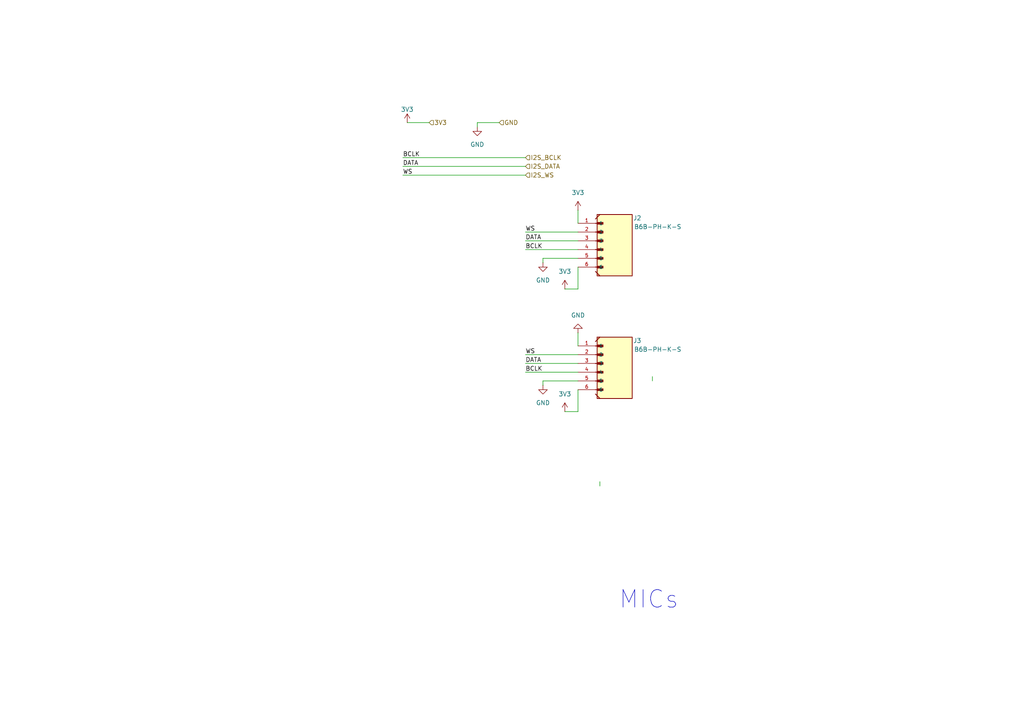
<source format=kicad_sch>
(kicad_sch (version 20231120) (generator "eeschema") (generator_version "8.0")
  (paper "A4")
  (lib_symbols
    (symbol "GT_LIbrary:B6B-PH-K-S" (pin_names (offset 1.016))
      (property "Reference" "J" (at -5.58 10.16 0))
      (property "Value" "B6B-PH-K-S" (at -5.08 -10.16 0))
      (symbol "B6B-PH-K-S_0_0"
        (rectangle (start -4.6038 -7.62) (end 5.5563 10.16) (stroke (width 0.254)) (fill (type background)))
        (rectangle (start -4.445 -5.3975) (end -2.8575 -4.7625) (stroke (width 0.1)) (fill (type outline)))
        (rectangle (start -4.445 -2.8575) (end -2.8575 -2.2225) (stroke (width 0.1)) (fill (type outline)))
        (rectangle (start -4.445 -0.3175) (end -2.8575 0.3175) (stroke (width 0.1)) (fill (type outline)))
        (rectangle (start -4.445 2.2225) (end -2.8575 2.8575) (stroke (width 0.1)) (fill (type outline)))
        (rectangle (start -4.445 4.7625) (end -2.8575 5.3975) (stroke (width 0.1)) (fill (type outline)))
        (rectangle (start -4.445 7.3025) (end -2.8575 7.9375) (stroke (width 0.1)) (fill (type outline)))
        (polyline (pts (xy -5.08 -6.35) (xy -3.81 -7.62)) (stroke (width 0.254)))
        (polyline (pts (xy -5.08 -5.08) (xy -3.175 -5.08)) (stroke (width 0.254)))
        (polyline (pts (xy -5.08 -2.54) (xy -3.175 -2.54)) (stroke (width 0.254)))
        (polyline (pts (xy -5.08 0) (xy -3.175 0)) (stroke (width 0.254)))
        (polyline (pts (xy -5.08 2.54) (xy -3.175 2.54)) (stroke (width 0.254)))
        (polyline (pts (xy -5.08 5.08) (xy -3.175 5.08)) (stroke (width 0.254)))
        (polyline (pts (xy -5.08 7.62) (xy -3.175 7.62)) (stroke (width 0.254)))
        (polyline (pts (xy -5.08 8.89) (xy -3.81 10.16)) (stroke (width 0.254)))
        (pin passive line (at -10.16 7.62 0) (length 5.08) (name "1") (number "1"))
        (pin passive line (at -10.16 5.08 0) (length 5.08) (name "2") (number "2"))
        (pin passive line (at -10.16 2.54 0) (length 5.08) (name "3") (number "3"))
        (pin passive line (at -10.16 0 0) (length 5.08) (name "4") (number "4"))
        (pin passive line (at -10.16 -2.54 0) (length 5.08) (name "5") (number "5"))
        (pin passive line (at -10.16 -5.08 0) (length 5.08) (name "6") (number "6"))
      )
    )
    (symbol "power:GND" (power) (pin_numbers hide) (pin_names (offset 0) hide)
      (property "Value" "GND" (at 0 -3.81 0))
      (symbol "GND_0_1"
        (polyline (pts (xy 0 0) (xy 0 -1.27) (xy 1.27 -1.27) (xy 0 -2.54) (xy -1.27 -1.27) (xy 0 -1.27)))
      )
      (symbol "GND_1_1"
        (pin power_in line (at 0 0 270) (length 0) (name "~") (number "1"))
      )
    )
    (symbol "power:VCC" (power) (pin_numbers hide) (pin_names (offset 0) hide)
      (property "Value" "VCC" (at 0 3.556 0))
      (symbol "VCC_0_1"
        (polyline (pts (xy -0.762 1.27) (xy 0 2.54)))
        (polyline (pts (xy 0 0) (xy 0 2.54)))
        (polyline (pts (xy 0 2.54) (xy 0.762 1.27)))
      )
      (symbol "VCC_1_1"
        (pin power_in line (at 0 0 90) (length 0) (name "~") (number "1"))
      )
    )
  )
  (wire (pts (xy 152.4 102.87) (xy 167.64 102.87)) (stroke (width 0.1524)))
  (wire (pts (xy 157.48 110.49) (xy 167.64 110.49)))
  (wire (pts (xy 167.64 113.03) (xy 167.64 119.38)))
  (wire (pts (xy 173.99 139.7) (xy 173.99 140.97)))
  (wire (pts (xy 138.43 35.56) (xy 144.78 35.56)))
  (wire (pts (xy 152.4 72.39) (xy 167.64 72.39)) (stroke (width 0.1524)))
  (wire (pts (xy 167.64 77.47) (xy 167.64 83.82)))
  (wire (pts (xy 118.11 35.56) (xy 124.46 35.56)))
  (wire (pts (xy 116.84 50.8) (xy 152.4 50.8)) (stroke (width 0.1524)))
  (wire (pts (xy 167.64 83.82) (xy 163.83 83.82)))
  (wire (pts (xy 138.43 35.56) (xy 138.43 36.83)))
  (wire (pts (xy 167.64 60.96) (xy 167.64 64.77)))
  (wire (pts (xy 152.4 45.72) (xy 116.84 45.72)) (stroke (width 0.1524)))
  (wire (pts (xy 189.23 109.22) (xy 189.23 110.49)))
  (wire (pts (xy 167.64 96.52) (xy 167.64 100.33)))
  (wire (pts (xy 157.48 110.49) (xy 157.48 111.76)))
  (wire (pts (xy 116.84 48.26) (xy 152.4 48.26)))
  (wire (pts (xy 152.4 69.85) (xy 167.64 69.85)))
  (wire (pts (xy 157.48 74.93) (xy 157.48 76.2)))
  (wire (pts (xy 152.4 105.41) (xy 167.64 105.41)))
  (wire (pts (xy 152.4 107.95) (xy 167.64 107.95)) (stroke (width 0.1524)))
  (wire (pts (xy 152.4 67.31) (xy 167.64 67.31)) (stroke (width 0.1524)))
  (wire (pts (xy 167.64 119.38) (xy 163.83 119.38)))
  (wire (pts (xy 157.48 74.93) (xy 167.64 74.93)))
  (text "MICs\n" (at 188.214 173.99 0) (effects (font (size 5.08 5.08))))
  (label "WS" (at 116.84 50.8 0) (effects (font (size 1.2446 1.2446))))
  (label "BCLK" (at 152.4 107.95 0) (effects (font (size 1.2446 1.2446))))
  (label "WS" (at 152.4 67.31 0) (effects (font (size 1.2446 1.2446))))
  (label "DATA" (at 152.4 69.85 0))
  (label "WS" (at 152.4 102.87 0) (effects (font (size 1.2446 1.2446))))
  (label "BCLK" (at 116.84 45.72 0) (effects (font (size 1.2446 1.2446))))
  (label "BCLK" (at 152.4 72.39 0) (effects (font (size 1.2446 1.2446))))
  (label "DATA" (at 152.4 105.41 0))
  (label "DATA" (at 116.84 48.26 0) (effects (font (size 1.2446 1.2446))))
  (hierarchical_label "I2S_WS" (shape input) (at 152.4 50.8 0))
  (hierarchical_label "I2S_DATA" (shape input) (at 152.4 48.26 0))
  (hierarchical_label "3V3" (shape input) (at 124.46 35.56 0))
  (hierarchical_label "GND" (shape input) (at 144.78 35.56 0))
  (hierarchical_label "I2S_BCLK" (shape input) (at 152.4 45.72 0))
  (symbol (lib_id "power:GND") (at 157.48 76.2 0) (unit 1)
    (property "Reference" "#PWR025" (effects (hide yes)))
    (property "Value" "GND" (at 157.48 81.28 0))
    (property "Description" "Power symbol creates a global label with name \"GND\" , ground" (effects (hide yes)))
  )
  (symbol (lib_id "power:VCC") (at 163.83 119.38 0) (unit 1)
    (property "Reference" "#PWR028" (effects (hide yes)))
    (property "Value" "3V3" (at 163.83 114.3 0))
    (property "Description" "Power symbol creates a global label with name \"VCC\"" (effects (hide yes)))
  )
  (symbol (lib_id "power:GND") (at 167.64 96.52 180) (unit 1)
    (property "Reference" "#PWR030" (effects (hide yes)))
    (property "Value" "GND" (at 167.64 91.44 0))
    (property "Description" "Power symbol creates a global label with name \"GND\" , ground" (effects (hide yes)))
  )
  (symbol (lib_id "power:GND") (at 157.48 111.76 0) (unit 1)
    (property "Reference" "#PWR026" (effects (hide yes)))
    (property "Value" "GND" (at 157.48 116.84 0))
    (property "Description" "Power symbol creates a global label with name \"GND\" , ground" (effects (hide yes)))
  )
  (symbol (lib_id "power:GND") (at 138.43 36.83 0) (unit 1)
    (property "Reference" "#PWR024" (effects (hide yes)))
    (property "Value" "GND" (at 138.43 41.91 0))
    (property "Description" "Power symbol creates a global label with name \"GND\" , ground" (effects (hide yes)))
  )
  (symbol (lib_id "power:VCC") (at 118.11 35.56 0) (unit 1)
    (property "Reference" "#PWR023" (effects (hide yes)))
    (property "Value" "3V3" (at 118.11 31.75 0))
    (property "Description" "Power symbol creates a global label with name \"VCC\"" (effects (hide yes)))
  )
  (symbol (lib_id "power:VCC") (at 163.83 83.82 0) (unit 1)
    (property "Reference" "#PWR027" (effects (hide yes)))
    (property "Value" "3V3" (at 163.83 78.74 0))
    (property "Description" "Power symbol creates a global label with name \"VCC\"" (effects (hide yes)))
  )
  (symbol (lib_id "GT_LIbrary:B6B-PH-K-S") (at 177.8 72.39 0) (unit 1)
    (property "Reference" "J2" (at 183.642 63.246 0) (effects (justify left)))
    (property "Value" "B6B-PH-K-S" (at 183.896 65.786 0) (effects (justify left)))
    (property "Footprint" "GT_library:JST_B6B-PH-K-S" (effects (hide yes)))
    (property "MANUFACTURER" "JST" (effects (hide yes)))
  )
  (symbol (lib_id "GT_LIbrary:B6B-PH-K-S") (at 177.8 107.95 0) (unit 1)
    (property "Reference" "J3" (at 183.642 98.806 0) (effects (justify left)))
    (property "Value" "B6B-PH-K-S" (at 183.896 101.346 0) (effects (justify left)))
    (property "Footprint" "GT_library:JST_B6B-PH-K-S" (effects (hide yes)))
    (property "MANUFACTURER" "JST" (effects (hide yes)))
  )
  (symbol (lib_id "power:VCC") (at 167.64 60.96 0) (unit 1)
    (property "Reference" "#PWR029" (effects (hide yes)))
    (property "Value" "3V3" (at 167.64 55.88 0))
    (property "Description" "Power symbol creates a global label with name \"VCC\"" (effects (hide yes)))
  )
)
</source>
